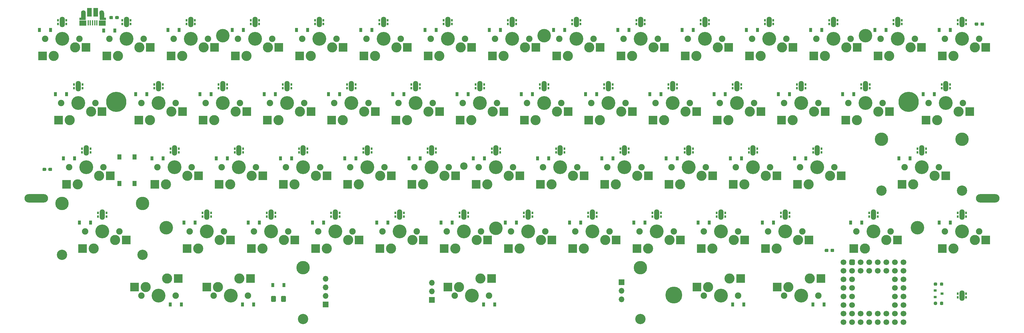
<source format=gbr>
%TF.GenerationSoftware,KiCad,Pcbnew,(5.1.9)-1*%
%TF.CreationDate,2021-11-21T10:50:56+09:00*%
%TF.ProjectId,main3,6d61696e-332e-46b6-9963-61645f706362,2*%
%TF.SameCoordinates,Original*%
%TF.FileFunction,Soldermask,Bot*%
%TF.FilePolarity,Negative*%
%FSLAX46Y46*%
G04 Gerber Fmt 4.6, Leading zero omitted, Abs format (unit mm)*
G04 Created by KiCad (PCBNEW (5.1.9)-1) date 2021-11-21 10:50:56*
%MOMM*%
%LPD*%
G01*
G04 APERTURE LIST*
%ADD10C,3.048000*%
%ADD11C,3.987800*%
%ADD12O,1.700000X1.700000*%
%ADD13R,1.700000X1.700000*%
%ADD14C,1.000000*%
%ADD15C,3.000000*%
%ADD16R,2.550000X2.500000*%
%ADD17C,4.100000*%
%ADD18C,1.900000*%
%ADD19C,1.700000*%
%ADD20R,0.900000X1.200000*%
%ADD21C,4.000000*%
%ADD22O,7.000000X2.500000*%
%ADD23C,5.000000*%
%ADD24C,2.200000*%
%ADD25C,6.000000*%
%ADD26R,1.300000X1.550000*%
%ADD27R,0.900000X0.800000*%
%ADD28O,1.500000X3.150000*%
%ADD29R,0.600000X0.700000*%
%ADD30R,1.350000X2.000000*%
%ADD31R,1.825000X0.700000*%
%ADD32R,2.000000X1.500000*%
%ADD33R,0.400000X1.650000*%
%ADD34O,1.100000X1.500000*%
%ADD35O,1.350000X1.700000*%
%ADD36R,1.430000X2.500000*%
G04 APERTURE END LIST*
D10*
%TO.C,STB1*%
X79118200Y-173345000D03*
D11*
X79118200Y-158105000D03*
X102994200Y-158105000D03*
D10*
X102994200Y-173345000D03*
%TD*%
D12*
%TO.C,J4*%
X245000000Y-186508000D03*
X245000000Y-183968000D03*
D13*
X245000000Y-181428000D03*
%TD*%
D14*
%TO.C,KSW16*%
X78070500Y-133340000D03*
X90997500Y-130800000D03*
D15*
X87722500Y-130800000D03*
X81372500Y-133340000D03*
D16*
X90997500Y-130800000D03*
D17*
X83912500Y-128260000D03*
D18*
X78832500Y-128260000D03*
X88992500Y-128260000D03*
D16*
X78070500Y-133340000D03*
%TD*%
D14*
%TO.C,KSW57*%
X134998840Y-180330320D03*
X122071840Y-182870320D03*
D15*
X125346840Y-182870320D03*
X131696840Y-180330320D03*
D16*
X122071840Y-182870320D03*
D17*
X129156840Y-185410320D03*
D18*
X134236840Y-185410320D03*
X124076840Y-185410320D03*
D16*
X134998840Y-180330320D03*
%TD*%
D14*
%TO.C,KSW36*%
X201896000Y-152390000D03*
X214823000Y-149850000D03*
D15*
X211548000Y-149850000D03*
X205198000Y-152390000D03*
D16*
X214823000Y-149850000D03*
D17*
X207738000Y-147310000D03*
D18*
X202658000Y-147310000D03*
X212818000Y-147310000D03*
D16*
X201896000Y-152390000D03*
%TD*%
D14*
%TO.C,KSW28*%
X311433000Y-133340000D03*
X324360000Y-130800000D03*
D15*
X321085000Y-130800000D03*
X314735000Y-133340000D03*
D16*
X324360000Y-130800000D03*
D17*
X317275000Y-128260000D03*
D18*
X312195000Y-128260000D03*
X322355000Y-128260000D03*
D16*
X311433000Y-133340000D03*
%TD*%
D14*
%TO.C,KSW59*%
X280255280Y-180330160D03*
X267328280Y-182870160D03*
D15*
X270603280Y-182870160D03*
X276953280Y-180330160D03*
D16*
X267328280Y-182870160D03*
D17*
X274413280Y-185410160D03*
D18*
X279493280Y-185410160D03*
X269333280Y-185410160D03*
D16*
X280255280Y-180330160D03*
%TD*%
%TO.C,C4*%
G36*
G01*
X351376000Y-105063500D02*
X351376000Y-104588500D01*
G75*
G02*
X351613500Y-104351000I237500J0D01*
G01*
X352213500Y-104351000D01*
G75*
G02*
X352451000Y-104588500I0J-237500D01*
G01*
X352451000Y-105063500D01*
G75*
G02*
X352213500Y-105301000I-237500J0D01*
G01*
X351613500Y-105301000D01*
G75*
G02*
X351376000Y-105063500I0J237500D01*
G01*
G37*
G36*
G01*
X349651000Y-105063500D02*
X349651000Y-104588500D01*
G75*
G02*
X349888500Y-104351000I237500J0D01*
G01*
X350488500Y-104351000D01*
G75*
G02*
X350726000Y-104588500I0J-237500D01*
G01*
X350726000Y-105063500D01*
G75*
G02*
X350488500Y-105301000I-237500J0D01*
G01*
X349888500Y-105301000D01*
G75*
G02*
X349651000Y-105063500I0J237500D01*
G01*
G37*
%TD*%
%TO.C,C3*%
G36*
G01*
X74425000Y-147712500D02*
X74425000Y-148187500D01*
G75*
G02*
X74187500Y-148425000I-237500J0D01*
G01*
X73587500Y-148425000D01*
G75*
G02*
X73350000Y-148187500I0J237500D01*
G01*
X73350000Y-147712500D01*
G75*
G02*
X73587500Y-147475000I237500J0D01*
G01*
X74187500Y-147475000D01*
G75*
G02*
X74425000Y-147712500I0J-237500D01*
G01*
G37*
G36*
G01*
X76150000Y-147712500D02*
X76150000Y-148187500D01*
G75*
G02*
X75912500Y-148425000I-237500J0D01*
G01*
X75312500Y-148425000D01*
G75*
G02*
X75075000Y-148187500I0J237500D01*
G01*
X75075000Y-147712500D01*
G75*
G02*
X75312500Y-147475000I237500J0D01*
G01*
X75912500Y-147475000D01*
G75*
G02*
X76150000Y-147712500I0J-237500D01*
G01*
G37*
%TD*%
D13*
%TO.C,J2*%
X157222000Y-188000000D03*
D12*
X157222000Y-185460000D03*
X157222000Y-182920000D03*
X157222000Y-180380000D03*
%TD*%
D19*
%TO.C,U1*%
X310785000Y-175520000D03*
X313325000Y-178060000D03*
X310785000Y-178060000D03*
X313325000Y-180600000D03*
X310785000Y-180600000D03*
X313325000Y-183140000D03*
X310785000Y-183140000D03*
X313325000Y-185680000D03*
X310785000Y-185680000D03*
X313325000Y-188220000D03*
X310785000Y-188220000D03*
X310785000Y-190760000D03*
X310785000Y-193300000D03*
X313325000Y-190760000D03*
X313325000Y-193300000D03*
X315865000Y-190760000D03*
X315865000Y-193300000D03*
X318405000Y-190760000D03*
X318405000Y-193300000D03*
X320945000Y-190760000D03*
X320945000Y-193300000D03*
X323485000Y-190760000D03*
X323485000Y-193300000D03*
X326025000Y-193300000D03*
X328565000Y-193300000D03*
X326025000Y-190760000D03*
X328565000Y-190760000D03*
X326025000Y-188220000D03*
X328565000Y-188220000D03*
X326025000Y-185680000D03*
X328565000Y-185680000D03*
X326025000Y-183140000D03*
X328565000Y-183140000D03*
X326025000Y-180600000D03*
X328565000Y-180600000D03*
X328565000Y-178060000D03*
X328565000Y-175520000D03*
X326025000Y-178060000D03*
X326025000Y-175520000D03*
X323485000Y-178060000D03*
X323485000Y-175520000D03*
X320945000Y-178060000D03*
X320945000Y-175520000D03*
X318405000Y-178060000D03*
X318405000Y-175520000D03*
X315865000Y-178060000D03*
X315865000Y-175520000D03*
G36*
G01*
X312900000Y-174670000D02*
X313750000Y-174670000D01*
G75*
G02*
X314175000Y-175095000I0J-425000D01*
G01*
X314175000Y-175945000D01*
G75*
G02*
X313750000Y-176370000I-425000J0D01*
G01*
X312900000Y-176370000D01*
G75*
G02*
X312475000Y-175945000I0J425000D01*
G01*
X312475000Y-175095000D01*
G75*
G02*
X312900000Y-174670000I425000J0D01*
G01*
G37*
%TD*%
%TO.C,F1*%
G36*
G01*
X142504000Y-185753000D02*
X142504000Y-187003000D01*
G75*
G02*
X142254000Y-187253000I-250000J0D01*
G01*
X141329000Y-187253000D01*
G75*
G02*
X141079000Y-187003000I0J250000D01*
G01*
X141079000Y-185753000D01*
G75*
G02*
X141329000Y-185503000I250000J0D01*
G01*
X142254000Y-185503000D01*
G75*
G02*
X142504000Y-185753000I0J-250000D01*
G01*
G37*
G36*
G01*
X145479000Y-185753000D02*
X145479000Y-187003000D01*
G75*
G02*
X145229000Y-187253000I-250000J0D01*
G01*
X144304000Y-187253000D01*
G75*
G02*
X144054000Y-187003000I0J250000D01*
G01*
X144054000Y-185753000D01*
G75*
G02*
X144304000Y-185503000I250000J0D01*
G01*
X145229000Y-185503000D01*
G75*
G02*
X145479000Y-185753000I0J-250000D01*
G01*
G37*
%TD*%
D20*
%TO.C,DS1*%
X141629000Y-182314000D03*
X144929000Y-182314000D03*
%TD*%
%TO.C,C2*%
G36*
G01*
X94212500Y-102683500D02*
X94212500Y-103158500D01*
G75*
G02*
X93975000Y-103396000I-237500J0D01*
G01*
X93375000Y-103396000D01*
G75*
G02*
X93137500Y-103158500I0J237500D01*
G01*
X93137500Y-102683500D01*
G75*
G02*
X93375000Y-102446000I237500J0D01*
G01*
X93975000Y-102446000D01*
G75*
G02*
X94212500Y-102683500I0J-237500D01*
G01*
G37*
G36*
G01*
X95937500Y-102683500D02*
X95937500Y-103158500D01*
G75*
G02*
X95700000Y-103396000I-237500J0D01*
G01*
X95100000Y-103396000D01*
G75*
G02*
X94862500Y-103158500I0J237500D01*
G01*
X94862500Y-102683500D01*
G75*
G02*
X95100000Y-102446000I237500J0D01*
G01*
X95700000Y-102446000D01*
G75*
G02*
X95937500Y-102683500I0J-237500D01*
G01*
G37*
%TD*%
%TO.C,C1*%
G36*
G01*
X306925000Y-172237500D02*
X306925000Y-171762500D01*
G75*
G02*
X307162500Y-171525000I237500J0D01*
G01*
X307762500Y-171525000D01*
G75*
G02*
X308000000Y-171762500I0J-237500D01*
G01*
X308000000Y-172237500D01*
G75*
G02*
X307762500Y-172475000I-237500J0D01*
G01*
X307162500Y-172475000D01*
G75*
G02*
X306925000Y-172237500I0J237500D01*
G01*
G37*
G36*
G01*
X305200000Y-172237500D02*
X305200000Y-171762500D01*
G75*
G02*
X305437500Y-171525000I237500J0D01*
G01*
X306037500Y-171525000D01*
G75*
G02*
X306275000Y-171762500I0J-237500D01*
G01*
X306275000Y-172237500D01*
G75*
G02*
X306037500Y-172475000I-237500J0D01*
G01*
X305437500Y-172475000D01*
G75*
G02*
X305200000Y-172237500I0J237500D01*
G01*
G37*
%TD*%
D21*
%TO.C,HOLE12*%
X332650000Y-165300000D03*
%TD*%
%TO.C,HOLE10*%
X110000000Y-165300000D03*
%TD*%
%TO.C,HOLE11*%
X207738000Y-165400000D03*
%TD*%
%TO.C,HOLE9*%
X317275000Y-108300000D03*
%TD*%
%TO.C,HOLE8*%
X222025000Y-108310000D03*
%TD*%
%TO.C,HOLE7*%
X126775000Y-108300000D03*
%TD*%
D22*
%TO.C,HOLE6*%
X353540000Y-156500000D03*
%TD*%
%TO.C,HOLE5*%
X71460000Y-156500000D03*
%TD*%
D23*
%TO.C,HOLE4*%
X260500000Y-185200000D03*
%TD*%
D24*
%TO.C,HOLE3*%
X198200000Y-147000000D03*
%TD*%
D25*
%TO.C,HOLE2*%
X330050000Y-127910000D03*
%TD*%
%TO.C,HOLE1*%
X95200000Y-127900000D03*
%TD*%
D11*
%TO.C,STB2*%
X150594000Y-177155000D03*
D10*
X250594000Y-192395000D03*
D11*
X250594000Y-177155000D03*
D10*
X150594000Y-192395000D03*
%TD*%
%TO.C,STB3*%
X322006000Y-154295000D03*
D11*
X322006000Y-139055000D03*
X345882000Y-139055000D03*
D10*
X345882000Y-154295000D03*
%TD*%
D26*
%TO.C,RSW1*%
X96150000Y-144225000D03*
X100650000Y-144225000D03*
X100650000Y-152175000D03*
X96150000Y-152175000D03*
%TD*%
%TO.C,R2*%
G36*
G01*
X338504000Y-187462500D02*
X338504000Y-187937500D01*
G75*
G02*
X338266500Y-188175000I-237500J0D01*
G01*
X337766500Y-188175000D01*
G75*
G02*
X337529000Y-187937500I0J237500D01*
G01*
X337529000Y-187462500D01*
G75*
G02*
X337766500Y-187225000I237500J0D01*
G01*
X338266500Y-187225000D01*
G75*
G02*
X338504000Y-187462500I0J-237500D01*
G01*
G37*
G36*
G01*
X340329000Y-187462500D02*
X340329000Y-187937500D01*
G75*
G02*
X340091500Y-188175000I-237500J0D01*
G01*
X339591500Y-188175000D01*
G75*
G02*
X339354000Y-187937500I0J237500D01*
G01*
X339354000Y-187462500D01*
G75*
G02*
X339591500Y-187225000I237500J0D01*
G01*
X340091500Y-187225000D01*
G75*
G02*
X340329000Y-187462500I0J-237500D01*
G01*
G37*
%TD*%
%TO.C,R1*%
G36*
G01*
X338504000Y-181762500D02*
X338504000Y-182237500D01*
G75*
G02*
X338266500Y-182475000I-237500J0D01*
G01*
X337766500Y-182475000D01*
G75*
G02*
X337529000Y-182237500I0J237500D01*
G01*
X337529000Y-181762500D01*
G75*
G02*
X337766500Y-181525000I237500J0D01*
G01*
X338266500Y-181525000D01*
G75*
G02*
X338504000Y-181762500I0J-237500D01*
G01*
G37*
G36*
G01*
X340329000Y-181762500D02*
X340329000Y-182237500D01*
G75*
G02*
X340091500Y-182475000I-237500J0D01*
G01*
X339591500Y-182475000D01*
G75*
G02*
X339354000Y-182237500I0J237500D01*
G01*
X339354000Y-181762500D01*
G75*
G02*
X339591500Y-181525000I237500J0D01*
G01*
X340091500Y-181525000D01*
G75*
G02*
X340329000Y-181762500I0J-237500D01*
G01*
G37*
%TD*%
D27*
%TO.C,Q1*%
X339929000Y-184845000D03*
X337929000Y-183895000D03*
X337929000Y-185795000D03*
%TD*%
D28*
%TO.C,LED56*%
X345850000Y-104250000D03*
D29*
X344600000Y-103700000D03*
X344600000Y-104800000D03*
X347100000Y-104800000D03*
X347100000Y-103700000D03*
%TD*%
D28*
%TO.C,LED55*%
X326800000Y-104250000D03*
D29*
X325550000Y-103700000D03*
X325550000Y-104800000D03*
X328050000Y-104800000D03*
X328050000Y-103700000D03*
%TD*%
D28*
%TO.C,LED54*%
X307750000Y-104250000D03*
D29*
X306500000Y-103700000D03*
X306500000Y-104800000D03*
X309000000Y-104800000D03*
X309000000Y-103700000D03*
%TD*%
D28*
%TO.C,LED53*%
X288700000Y-104250000D03*
D29*
X287450000Y-103700000D03*
X287450000Y-104800000D03*
X289950000Y-104800000D03*
X289950000Y-103700000D03*
%TD*%
D28*
%TO.C,LED52*%
X269650000Y-104250000D03*
D29*
X268400000Y-103700000D03*
X268400000Y-104800000D03*
X270900000Y-104800000D03*
X270900000Y-103700000D03*
%TD*%
D28*
%TO.C,LED51*%
X250600000Y-104250000D03*
D29*
X249350000Y-103700000D03*
X249350000Y-104800000D03*
X251850000Y-104800000D03*
X251850000Y-103700000D03*
%TD*%
D28*
%TO.C,LED50*%
X231550000Y-104250000D03*
D29*
X230300000Y-103700000D03*
X230300000Y-104800000D03*
X232800000Y-104800000D03*
X232800000Y-103700000D03*
%TD*%
D28*
%TO.C,LED49*%
X212500000Y-104250000D03*
D29*
X211250000Y-103700000D03*
X211250000Y-104800000D03*
X213750000Y-104800000D03*
X213750000Y-103700000D03*
%TD*%
D28*
%TO.C,LED48*%
X193450000Y-104250000D03*
D29*
X192200000Y-103700000D03*
X192200000Y-104800000D03*
X194700000Y-104800000D03*
X194700000Y-103700000D03*
%TD*%
D28*
%TO.C,LED47*%
X174400000Y-104250000D03*
D29*
X173150000Y-103700000D03*
X173150000Y-104800000D03*
X175650000Y-104800000D03*
X175650000Y-103700000D03*
%TD*%
D28*
%TO.C,LED46*%
X155350000Y-104250000D03*
D29*
X154100000Y-103700000D03*
X154100000Y-104800000D03*
X156600000Y-104800000D03*
X156600000Y-103700000D03*
%TD*%
D28*
%TO.C,LED45*%
X136300000Y-104250000D03*
D29*
X135050000Y-103700000D03*
X135050000Y-104800000D03*
X137550000Y-104800000D03*
X137550000Y-103700000D03*
%TD*%
D28*
%TO.C,LED44*%
X117250000Y-104250000D03*
D29*
X116000000Y-103700000D03*
X116000000Y-104800000D03*
X118500000Y-104800000D03*
X118500000Y-103700000D03*
%TD*%
D28*
%TO.C,LED43*%
X98200000Y-104250000D03*
D29*
X96950000Y-103700000D03*
X96950000Y-104800000D03*
X99450000Y-104800000D03*
X99450000Y-103700000D03*
%TD*%
D28*
%TO.C,LED42*%
X79150000Y-104250000D03*
D29*
X77900000Y-103700000D03*
X77900000Y-104800000D03*
X80400000Y-104800000D03*
X80400000Y-103700000D03*
%TD*%
D28*
%TO.C,LED41*%
X83912500Y-123300000D03*
D29*
X85162500Y-123850000D03*
X85162500Y-122750000D03*
X82662500Y-122750000D03*
X82662500Y-123850000D03*
%TD*%
D28*
%TO.C,LED40*%
X107725000Y-123300000D03*
D29*
X108975000Y-123850000D03*
X108975000Y-122750000D03*
X106475000Y-122750000D03*
X106475000Y-123850000D03*
%TD*%
D28*
%TO.C,LED39*%
X126775000Y-123300000D03*
D29*
X128025000Y-123850000D03*
X128025000Y-122750000D03*
X125525000Y-122750000D03*
X125525000Y-123850000D03*
%TD*%
D28*
%TO.C,LED38*%
X145825000Y-123300000D03*
D29*
X147075000Y-123850000D03*
X147075000Y-122750000D03*
X144575000Y-122750000D03*
X144575000Y-123850000D03*
%TD*%
D28*
%TO.C,LED37*%
X164875000Y-123300000D03*
D29*
X166125000Y-123850000D03*
X166125000Y-122750000D03*
X163625000Y-122750000D03*
X163625000Y-123850000D03*
%TD*%
D28*
%TO.C,LED36*%
X183925000Y-123300000D03*
D29*
X185175000Y-123850000D03*
X185175000Y-122750000D03*
X182675000Y-122750000D03*
X182675000Y-123850000D03*
%TD*%
D28*
%TO.C,LED35*%
X202975000Y-123300000D03*
D29*
X204225000Y-123850000D03*
X204225000Y-122750000D03*
X201725000Y-122750000D03*
X201725000Y-123850000D03*
%TD*%
D28*
%TO.C,LED34*%
X222025000Y-123300000D03*
D29*
X223275000Y-123850000D03*
X223275000Y-122750000D03*
X220775000Y-122750000D03*
X220775000Y-123850000D03*
%TD*%
D28*
%TO.C,LED33*%
X241075000Y-123300000D03*
D29*
X242325000Y-123850000D03*
X242325000Y-122750000D03*
X239825000Y-122750000D03*
X239825000Y-123850000D03*
%TD*%
D28*
%TO.C,LED32*%
X260125000Y-123300000D03*
D29*
X261375000Y-123850000D03*
X261375000Y-122750000D03*
X258875000Y-122750000D03*
X258875000Y-123850000D03*
%TD*%
D28*
%TO.C,LED31*%
X279175000Y-123300000D03*
D29*
X280425000Y-123850000D03*
X280425000Y-122750000D03*
X277925000Y-122750000D03*
X277925000Y-123850000D03*
%TD*%
D28*
%TO.C,LED30*%
X298225000Y-123300000D03*
D29*
X299475000Y-123850000D03*
X299475000Y-122750000D03*
X296975000Y-122750000D03*
X296975000Y-123850000D03*
%TD*%
D28*
%TO.C,LED29*%
X317275000Y-123300000D03*
D29*
X318525000Y-123850000D03*
X318525000Y-122750000D03*
X316025000Y-122750000D03*
X316025000Y-123850000D03*
%TD*%
D28*
%TO.C,LED28*%
X341088000Y-123300000D03*
D29*
X342338000Y-123850000D03*
X342338000Y-122750000D03*
X339838000Y-122750000D03*
X339838000Y-123850000D03*
%TD*%
D28*
%TO.C,LED27*%
X333944000Y-142350000D03*
D29*
X332694000Y-141800000D03*
X332694000Y-142900000D03*
X335194000Y-142900000D03*
X335194000Y-141800000D03*
%TD*%
D28*
%TO.C,LED26*%
X302988000Y-142350000D03*
D29*
X301738000Y-141800000D03*
X301738000Y-142900000D03*
X304238000Y-142900000D03*
X304238000Y-141800000D03*
%TD*%
D28*
%TO.C,LED25*%
X283938000Y-142350000D03*
D29*
X282688000Y-141800000D03*
X282688000Y-142900000D03*
X285188000Y-142900000D03*
X285188000Y-141800000D03*
%TD*%
D28*
%TO.C,LED24*%
X264888000Y-142350000D03*
D29*
X263638000Y-141800000D03*
X263638000Y-142900000D03*
X266138000Y-142900000D03*
X266138000Y-141800000D03*
%TD*%
D28*
%TO.C,LED23*%
X245838000Y-142350000D03*
D29*
X244588000Y-141800000D03*
X244588000Y-142900000D03*
X247088000Y-142900000D03*
X247088000Y-141800000D03*
%TD*%
D28*
%TO.C,LED22*%
X226788000Y-142350000D03*
D29*
X225538000Y-141800000D03*
X225538000Y-142900000D03*
X228038000Y-142900000D03*
X228038000Y-141800000D03*
%TD*%
D28*
%TO.C,LED21*%
X207738000Y-142350000D03*
D29*
X206488000Y-141800000D03*
X206488000Y-142900000D03*
X208988000Y-142900000D03*
X208988000Y-141800000D03*
%TD*%
D28*
%TO.C,LED20*%
X188688000Y-142350000D03*
D29*
X187438000Y-141800000D03*
X187438000Y-142900000D03*
X189938000Y-142900000D03*
X189938000Y-141800000D03*
%TD*%
D28*
%TO.C,LED19*%
X169638000Y-142350000D03*
D29*
X168388000Y-141800000D03*
X168388000Y-142900000D03*
X170888000Y-142900000D03*
X170888000Y-141800000D03*
%TD*%
D28*
%TO.C,LED18*%
X150588000Y-142350000D03*
D29*
X149338000Y-141800000D03*
X149338000Y-142900000D03*
X151838000Y-142900000D03*
X151838000Y-141800000D03*
%TD*%
D28*
%TO.C,LED17*%
X131538000Y-142350000D03*
D29*
X130288000Y-141800000D03*
X130288000Y-142900000D03*
X132788000Y-142900000D03*
X132788000Y-141800000D03*
%TD*%
D28*
%TO.C,LED16*%
X112488000Y-142350000D03*
D29*
X111238000Y-141800000D03*
X111238000Y-142900000D03*
X113738000Y-142900000D03*
X113738000Y-141800000D03*
%TD*%
D28*
%TO.C,LED15*%
X86293800Y-142350000D03*
D29*
X85043800Y-141800000D03*
X85043800Y-142900000D03*
X87543800Y-142900000D03*
X87543800Y-141800000D03*
%TD*%
D28*
%TO.C,LED14*%
X91056200Y-161400000D03*
D29*
X92306200Y-161950000D03*
X92306200Y-160850000D03*
X89806200Y-160850000D03*
X89806200Y-161950000D03*
%TD*%
D28*
%TO.C,LED13*%
X122012000Y-161400000D03*
D29*
X123262000Y-161950000D03*
X123262000Y-160850000D03*
X120762000Y-160850000D03*
X120762000Y-161950000D03*
%TD*%
D28*
%TO.C,LED12*%
X141062000Y-161400000D03*
D29*
X142312000Y-161950000D03*
X142312000Y-160850000D03*
X139812000Y-160850000D03*
X139812000Y-161950000D03*
%TD*%
D28*
%TO.C,LED11*%
X160112000Y-161400000D03*
D29*
X161362000Y-161950000D03*
X161362000Y-160850000D03*
X158862000Y-160850000D03*
X158862000Y-161950000D03*
%TD*%
D28*
%TO.C,LED10*%
X179162000Y-161400000D03*
D29*
X180412000Y-161950000D03*
X180412000Y-160850000D03*
X177912000Y-160850000D03*
X177912000Y-161950000D03*
%TD*%
D28*
%TO.C,LED9*%
X198212000Y-161400000D03*
D29*
X199462000Y-161950000D03*
X199462000Y-160850000D03*
X196962000Y-160850000D03*
X196962000Y-161950000D03*
%TD*%
D28*
%TO.C,LED8*%
X217262000Y-161400000D03*
D29*
X218512000Y-161950000D03*
X218512000Y-160850000D03*
X216012000Y-160850000D03*
X216012000Y-161950000D03*
%TD*%
D28*
%TO.C,LED7*%
X236312000Y-161400000D03*
D29*
X237562000Y-161950000D03*
X237562000Y-160850000D03*
X235062000Y-160850000D03*
X235062000Y-161950000D03*
%TD*%
D28*
%TO.C,LED6*%
X255362000Y-161400000D03*
D29*
X256612000Y-161950000D03*
X256612000Y-160850000D03*
X254112000Y-160850000D03*
X254112000Y-161950000D03*
%TD*%
D28*
%TO.C,LED5*%
X274412000Y-161400000D03*
D29*
X275662000Y-161950000D03*
X275662000Y-160850000D03*
X273162000Y-160850000D03*
X273162000Y-161950000D03*
%TD*%
D28*
%TO.C,LED4*%
X293462000Y-161400000D03*
D29*
X294712000Y-161950000D03*
X294712000Y-160850000D03*
X292212000Y-160850000D03*
X292212000Y-161950000D03*
%TD*%
D28*
%TO.C,LED3*%
X319656000Y-161400000D03*
D29*
X320906000Y-161950000D03*
X320906000Y-160850000D03*
X318406000Y-160850000D03*
X318406000Y-161950000D03*
%TD*%
D28*
%TO.C,LED2*%
X345850000Y-161400000D03*
D29*
X347100000Y-161950000D03*
X347100000Y-160850000D03*
X344600000Y-160850000D03*
X344600000Y-161950000D03*
%TD*%
D28*
%TO.C,LED1*%
X345851000Y-185410000D03*
D29*
X344601000Y-184860000D03*
X344601000Y-185960000D03*
X347101000Y-185960000D03*
X347101000Y-184860000D03*
%TD*%
D14*
%TO.C,KSW60*%
X304068760Y-180330320D03*
X291141760Y-182870320D03*
D15*
X294416760Y-182870320D03*
X300766760Y-180330320D03*
D16*
X291141760Y-182870320D03*
D17*
X298226760Y-185410320D03*
D18*
X303306760Y-185410320D03*
X293146760Y-185410320D03*
D16*
X304068760Y-180330320D03*
%TD*%
D14*
%TO.C,KSW58*%
X206436440Y-180330320D03*
X193509440Y-182870320D03*
D15*
X196784440Y-182870320D03*
X203134440Y-180330320D03*
D16*
X193509440Y-182870320D03*
D17*
X200594440Y-185410320D03*
D18*
X205674440Y-185410320D03*
X195514440Y-185410320D03*
D16*
X206436440Y-180330320D03*
%TD*%
D14*
%TO.C,KSW56*%
X113567160Y-180330320D03*
X100640160Y-182870320D03*
D15*
X103915160Y-182870320D03*
X110265160Y-180330320D03*
D16*
X100640160Y-182870320D03*
D17*
X107725160Y-185410320D03*
D18*
X112805160Y-185410320D03*
X102645160Y-185410320D03*
D16*
X113567160Y-180330320D03*
%TD*%
D14*
%TO.C,KSW55*%
X340008000Y-171440000D03*
X352935000Y-168900000D03*
D15*
X349660000Y-168900000D03*
X343310000Y-171440000D03*
D16*
X352935000Y-168900000D03*
D17*
X345850000Y-166360000D03*
D18*
X340770000Y-166360000D03*
X350930000Y-166360000D03*
D16*
X340008000Y-171440000D03*
%TD*%
D14*
%TO.C,KSW54*%
X313814000Y-171440000D03*
X326741000Y-168900000D03*
D15*
X323466000Y-168900000D03*
X317116000Y-171440000D03*
D16*
X326741000Y-168900000D03*
D17*
X319656000Y-166360000D03*
D18*
X314576000Y-166360000D03*
X324736000Y-166360000D03*
D16*
X313814000Y-171440000D03*
%TD*%
D14*
%TO.C,KSW53*%
X287620000Y-171440000D03*
X300547000Y-168900000D03*
D15*
X297272000Y-168900000D03*
X290922000Y-171440000D03*
D16*
X300547000Y-168900000D03*
D17*
X293462000Y-166360000D03*
D18*
X288382000Y-166360000D03*
X298542000Y-166360000D03*
D16*
X287620000Y-171440000D03*
%TD*%
D14*
%TO.C,KSW52*%
X268570000Y-171440000D03*
X281497000Y-168900000D03*
D15*
X278222000Y-168900000D03*
X271872000Y-171440000D03*
D16*
X281497000Y-168900000D03*
D17*
X274412000Y-166360000D03*
D18*
X269332000Y-166360000D03*
X279492000Y-166360000D03*
D16*
X268570000Y-171440000D03*
%TD*%
D14*
%TO.C,KSW51*%
X249520000Y-171440000D03*
X262447000Y-168900000D03*
D15*
X259172000Y-168900000D03*
X252822000Y-171440000D03*
D16*
X262447000Y-168900000D03*
D17*
X255362000Y-166360000D03*
D18*
X250282000Y-166360000D03*
X260442000Y-166360000D03*
D16*
X249520000Y-171440000D03*
%TD*%
D14*
%TO.C,KSW50*%
X230470000Y-171440000D03*
X243397000Y-168900000D03*
D15*
X240122000Y-168900000D03*
X233772000Y-171440000D03*
D16*
X243397000Y-168900000D03*
D17*
X236312000Y-166360000D03*
D18*
X231232000Y-166360000D03*
X241392000Y-166360000D03*
D16*
X230470000Y-171440000D03*
%TD*%
D14*
%TO.C,KSW49*%
X211420000Y-171440000D03*
X224347000Y-168900000D03*
D15*
X221072000Y-168900000D03*
X214722000Y-171440000D03*
D16*
X224347000Y-168900000D03*
D17*
X217262000Y-166360000D03*
D18*
X212182000Y-166360000D03*
X222342000Y-166360000D03*
D16*
X211420000Y-171440000D03*
%TD*%
D14*
%TO.C,KSW48*%
X192370000Y-171440000D03*
X205297000Y-168900000D03*
D15*
X202022000Y-168900000D03*
X195672000Y-171440000D03*
D16*
X205297000Y-168900000D03*
D17*
X198212000Y-166360000D03*
D18*
X193132000Y-166360000D03*
X203292000Y-166360000D03*
D16*
X192370000Y-171440000D03*
%TD*%
D14*
%TO.C,KSW47*%
X173320000Y-171440000D03*
X186247000Y-168900000D03*
D15*
X182972000Y-168900000D03*
X176622000Y-171440000D03*
D16*
X186247000Y-168900000D03*
D17*
X179162000Y-166360000D03*
D18*
X174082000Y-166360000D03*
X184242000Y-166360000D03*
D16*
X173320000Y-171440000D03*
%TD*%
D14*
%TO.C,KSW46*%
X154270000Y-171440000D03*
X167197000Y-168900000D03*
D15*
X163922000Y-168900000D03*
X157572000Y-171440000D03*
D16*
X167197000Y-168900000D03*
D17*
X160112000Y-166360000D03*
D18*
X155032000Y-166360000D03*
X165192000Y-166360000D03*
D16*
X154270000Y-171440000D03*
%TD*%
D14*
%TO.C,KSW45*%
X135220000Y-171440000D03*
X148147000Y-168900000D03*
D15*
X144872000Y-168900000D03*
X138522000Y-171440000D03*
D16*
X148147000Y-168900000D03*
D17*
X141062000Y-166360000D03*
D18*
X135982000Y-166360000D03*
X146142000Y-166360000D03*
D16*
X135220000Y-171440000D03*
%TD*%
D14*
%TO.C,KSW44*%
X116170000Y-171440000D03*
X129097000Y-168900000D03*
D15*
X125822000Y-168900000D03*
X119472000Y-171440000D03*
D16*
X129097000Y-168900000D03*
D17*
X122012000Y-166360000D03*
D18*
X116932000Y-166360000D03*
X127092000Y-166360000D03*
D16*
X116170000Y-171440000D03*
%TD*%
D14*
%TO.C,KSW43*%
X85214200Y-171440000D03*
X98141200Y-168900000D03*
D15*
X94866200Y-168900000D03*
X88516200Y-171440000D03*
D16*
X98141200Y-168900000D03*
D17*
X91056200Y-166360000D03*
D18*
X85976200Y-166360000D03*
X96136200Y-166360000D03*
D16*
X85214200Y-171440000D03*
%TD*%
D14*
%TO.C,KSW42*%
X328102000Y-152390000D03*
X341029000Y-149850000D03*
D15*
X337754000Y-149850000D03*
X331404000Y-152390000D03*
D16*
X341029000Y-149850000D03*
D17*
X333944000Y-147310000D03*
D18*
X328864000Y-147310000D03*
X339024000Y-147310000D03*
D16*
X328102000Y-152390000D03*
%TD*%
D14*
%TO.C,KSW41*%
X297146000Y-152390000D03*
X310073000Y-149850000D03*
D15*
X306798000Y-149850000D03*
X300448000Y-152390000D03*
D16*
X310073000Y-149850000D03*
D17*
X302988000Y-147310000D03*
D18*
X297908000Y-147310000D03*
X308068000Y-147310000D03*
D16*
X297146000Y-152390000D03*
%TD*%
D14*
%TO.C,KSW40*%
X278096000Y-152390000D03*
X291023000Y-149850000D03*
D15*
X287748000Y-149850000D03*
X281398000Y-152390000D03*
D16*
X291023000Y-149850000D03*
D17*
X283938000Y-147310000D03*
D18*
X278858000Y-147310000D03*
X289018000Y-147310000D03*
D16*
X278096000Y-152390000D03*
%TD*%
D14*
%TO.C,KSW39*%
X259046000Y-152390000D03*
X271973000Y-149850000D03*
D15*
X268698000Y-149850000D03*
X262348000Y-152390000D03*
D16*
X271973000Y-149850000D03*
D17*
X264888000Y-147310000D03*
D18*
X259808000Y-147310000D03*
X269968000Y-147310000D03*
D16*
X259046000Y-152390000D03*
%TD*%
D14*
%TO.C,KSW38*%
X239996000Y-152390000D03*
X252923000Y-149850000D03*
D15*
X249648000Y-149850000D03*
X243298000Y-152390000D03*
D16*
X252923000Y-149850000D03*
D17*
X245838000Y-147310000D03*
D18*
X240758000Y-147310000D03*
X250918000Y-147310000D03*
D16*
X239996000Y-152390000D03*
%TD*%
D14*
%TO.C,KSW37*%
X220946000Y-152390000D03*
X233873000Y-149850000D03*
D15*
X230598000Y-149850000D03*
X224248000Y-152390000D03*
D16*
X233873000Y-149850000D03*
D17*
X226788000Y-147310000D03*
D18*
X221708000Y-147310000D03*
X231868000Y-147310000D03*
D16*
X220946000Y-152390000D03*
%TD*%
D14*
%TO.C,KSW35*%
X182846000Y-152390000D03*
X195773000Y-149850000D03*
D15*
X192498000Y-149850000D03*
X186148000Y-152390000D03*
D16*
X195773000Y-149850000D03*
D17*
X188688000Y-147310000D03*
D18*
X183608000Y-147310000D03*
X193768000Y-147310000D03*
D16*
X182846000Y-152390000D03*
%TD*%
D14*
%TO.C,KSW34*%
X163796000Y-152390000D03*
X176723000Y-149850000D03*
D15*
X173448000Y-149850000D03*
X167098000Y-152390000D03*
D16*
X176723000Y-149850000D03*
D17*
X169638000Y-147310000D03*
D18*
X164558000Y-147310000D03*
X174718000Y-147310000D03*
D16*
X163796000Y-152390000D03*
%TD*%
D14*
%TO.C,KSW33*%
X144746000Y-152390000D03*
X157673000Y-149850000D03*
D15*
X154398000Y-149850000D03*
X148048000Y-152390000D03*
D16*
X157673000Y-149850000D03*
D17*
X150588000Y-147310000D03*
D18*
X145508000Y-147310000D03*
X155668000Y-147310000D03*
D16*
X144746000Y-152390000D03*
%TD*%
D14*
%TO.C,KSW32*%
X125696000Y-152390000D03*
X138623000Y-149850000D03*
D15*
X135348000Y-149850000D03*
X128998000Y-152390000D03*
D16*
X138623000Y-149850000D03*
D17*
X131538000Y-147310000D03*
D18*
X126458000Y-147310000D03*
X136618000Y-147310000D03*
D16*
X125696000Y-152390000D03*
%TD*%
D14*
%TO.C,KSW31*%
X106646000Y-152390000D03*
X119573000Y-149850000D03*
D15*
X116298000Y-149850000D03*
X109948000Y-152390000D03*
D16*
X119573000Y-149850000D03*
D17*
X112488000Y-147310000D03*
D18*
X107408000Y-147310000D03*
X117568000Y-147310000D03*
D16*
X106646000Y-152390000D03*
%TD*%
D14*
%TO.C,KSW30*%
X80451800Y-152390000D03*
X93378800Y-149850000D03*
D15*
X90103800Y-149850000D03*
X83753800Y-152390000D03*
D16*
X93378800Y-149850000D03*
D17*
X86293800Y-147310000D03*
D18*
X81213800Y-147310000D03*
X91373800Y-147310000D03*
D16*
X80451800Y-152390000D03*
%TD*%
D14*
%TO.C,KSW29*%
X335246000Y-133340000D03*
X348173000Y-130800000D03*
D15*
X344898000Y-130800000D03*
X338548000Y-133340000D03*
D16*
X348173000Y-130800000D03*
D17*
X341088000Y-128260000D03*
D18*
X336008000Y-128260000D03*
X346168000Y-128260000D03*
D16*
X335246000Y-133340000D03*
%TD*%
D14*
%TO.C,KSW27*%
X292383000Y-133340000D03*
X305310000Y-130800000D03*
D15*
X302035000Y-130800000D03*
X295685000Y-133340000D03*
D16*
X305310000Y-130800000D03*
D17*
X298225000Y-128260000D03*
D18*
X293145000Y-128260000D03*
X303305000Y-128260000D03*
D16*
X292383000Y-133340000D03*
%TD*%
D14*
%TO.C,KSW26*%
X273333000Y-133340000D03*
X286260000Y-130800000D03*
D15*
X282985000Y-130800000D03*
X276635000Y-133340000D03*
D16*
X286260000Y-130800000D03*
D17*
X279175000Y-128260000D03*
D18*
X274095000Y-128260000D03*
X284255000Y-128260000D03*
D16*
X273333000Y-133340000D03*
%TD*%
D14*
%TO.C,KSW25*%
X254283000Y-133340000D03*
X267210000Y-130800000D03*
D15*
X263935000Y-130800000D03*
X257585000Y-133340000D03*
D16*
X267210000Y-130800000D03*
D17*
X260125000Y-128260000D03*
D18*
X255045000Y-128260000D03*
X265205000Y-128260000D03*
D16*
X254283000Y-133340000D03*
%TD*%
D14*
%TO.C,KSW24*%
X235233000Y-133340000D03*
X248160000Y-130800000D03*
D15*
X244885000Y-130800000D03*
X238535000Y-133340000D03*
D16*
X248160000Y-130800000D03*
D17*
X241075000Y-128260000D03*
D18*
X235995000Y-128260000D03*
X246155000Y-128260000D03*
D16*
X235233000Y-133340000D03*
%TD*%
D14*
%TO.C,KSW23*%
X216183000Y-133340000D03*
X229110000Y-130800000D03*
D15*
X225835000Y-130800000D03*
X219485000Y-133340000D03*
D16*
X229110000Y-130800000D03*
D17*
X222025000Y-128260000D03*
D18*
X216945000Y-128260000D03*
X227105000Y-128260000D03*
D16*
X216183000Y-133340000D03*
%TD*%
D14*
%TO.C,KSW22*%
X197133000Y-133340000D03*
X210060000Y-130800000D03*
D15*
X206785000Y-130800000D03*
X200435000Y-133340000D03*
D16*
X210060000Y-130800000D03*
D17*
X202975000Y-128260000D03*
D18*
X197895000Y-128260000D03*
X208055000Y-128260000D03*
D16*
X197133000Y-133340000D03*
%TD*%
D14*
%TO.C,KSW21*%
X178083000Y-133340000D03*
X191010000Y-130800000D03*
D15*
X187735000Y-130800000D03*
X181385000Y-133340000D03*
D16*
X191010000Y-130800000D03*
D17*
X183925000Y-128260000D03*
D18*
X178845000Y-128260000D03*
X189005000Y-128260000D03*
D16*
X178083000Y-133340000D03*
%TD*%
D14*
%TO.C,KSW20*%
X159033000Y-133340000D03*
X171960000Y-130800000D03*
D15*
X168685000Y-130800000D03*
X162335000Y-133340000D03*
D16*
X171960000Y-130800000D03*
D17*
X164875000Y-128260000D03*
D18*
X159795000Y-128260000D03*
X169955000Y-128260000D03*
D16*
X159033000Y-133340000D03*
%TD*%
D14*
%TO.C,KSW19*%
X139983000Y-133340000D03*
X152910000Y-130800000D03*
D15*
X149635000Y-130800000D03*
X143285000Y-133340000D03*
D16*
X152910000Y-130800000D03*
D17*
X145825000Y-128260000D03*
D18*
X140745000Y-128260000D03*
X150905000Y-128260000D03*
D16*
X139983000Y-133340000D03*
%TD*%
D14*
%TO.C,KSW18*%
X120933000Y-133340000D03*
X133860000Y-130800000D03*
D15*
X130585000Y-130800000D03*
X124235000Y-133340000D03*
D16*
X133860000Y-130800000D03*
D17*
X126775000Y-128260000D03*
D18*
X121695000Y-128260000D03*
X131855000Y-128260000D03*
D16*
X120933000Y-133340000D03*
%TD*%
D14*
%TO.C,KSW17*%
X101883000Y-133340000D03*
X114810000Y-130800000D03*
D15*
X111535000Y-130800000D03*
X105185000Y-133340000D03*
D16*
X114810000Y-130800000D03*
D17*
X107725000Y-128260000D03*
D18*
X102645000Y-128260000D03*
X112805000Y-128260000D03*
D16*
X101883000Y-133340000D03*
%TD*%
D14*
%TO.C,KSW15*%
X340008000Y-114290000D03*
X352935000Y-111750000D03*
D15*
X349660000Y-111750000D03*
X343310000Y-114290000D03*
D16*
X352935000Y-111750000D03*
D17*
X345850000Y-109210000D03*
D18*
X340770000Y-109210000D03*
X350930000Y-109210000D03*
D16*
X340008000Y-114290000D03*
%TD*%
D14*
%TO.C,KSW14*%
X320958000Y-114290000D03*
X333885000Y-111750000D03*
D15*
X330610000Y-111750000D03*
X324260000Y-114290000D03*
D16*
X333885000Y-111750000D03*
D17*
X326800000Y-109210000D03*
D18*
X321720000Y-109210000D03*
X331880000Y-109210000D03*
D16*
X320958000Y-114290000D03*
%TD*%
D14*
%TO.C,KSW13*%
X301908000Y-114290000D03*
X314835000Y-111750000D03*
D15*
X311560000Y-111750000D03*
X305210000Y-114290000D03*
D16*
X314835000Y-111750000D03*
D17*
X307750000Y-109210000D03*
D18*
X302670000Y-109210000D03*
X312830000Y-109210000D03*
D16*
X301908000Y-114290000D03*
%TD*%
D14*
%TO.C,KSW12*%
X282858000Y-114290000D03*
X295785000Y-111750000D03*
D15*
X292510000Y-111750000D03*
X286160000Y-114290000D03*
D16*
X295785000Y-111750000D03*
D17*
X288700000Y-109210000D03*
D18*
X283620000Y-109210000D03*
X293780000Y-109210000D03*
D16*
X282858000Y-114290000D03*
%TD*%
D14*
%TO.C,KSW11*%
X263808000Y-114290000D03*
X276735000Y-111750000D03*
D15*
X273460000Y-111750000D03*
X267110000Y-114290000D03*
D16*
X276735000Y-111750000D03*
D17*
X269650000Y-109210000D03*
D18*
X264570000Y-109210000D03*
X274730000Y-109210000D03*
D16*
X263808000Y-114290000D03*
%TD*%
D14*
%TO.C,KSW10*%
X244758000Y-114290000D03*
X257685000Y-111750000D03*
D15*
X254410000Y-111750000D03*
X248060000Y-114290000D03*
D16*
X257685000Y-111750000D03*
D17*
X250600000Y-109210000D03*
D18*
X245520000Y-109210000D03*
X255680000Y-109210000D03*
D16*
X244758000Y-114290000D03*
%TD*%
D14*
%TO.C,KSW9*%
X225708000Y-114290000D03*
X238635000Y-111750000D03*
D15*
X235360000Y-111750000D03*
X229010000Y-114290000D03*
D16*
X238635000Y-111750000D03*
D17*
X231550000Y-109210000D03*
D18*
X226470000Y-109210000D03*
X236630000Y-109210000D03*
D16*
X225708000Y-114290000D03*
%TD*%
D14*
%TO.C,KSW8*%
X206658000Y-114290000D03*
X219585000Y-111750000D03*
D15*
X216310000Y-111750000D03*
X209960000Y-114290000D03*
D16*
X219585000Y-111750000D03*
D17*
X212500000Y-109210000D03*
D18*
X207420000Y-109210000D03*
X217580000Y-109210000D03*
D16*
X206658000Y-114290000D03*
%TD*%
D14*
%TO.C,KSW7*%
X187608000Y-114290000D03*
X200535000Y-111750000D03*
D15*
X197260000Y-111750000D03*
X190910000Y-114290000D03*
D16*
X200535000Y-111750000D03*
D17*
X193450000Y-109210000D03*
D18*
X188370000Y-109210000D03*
X198530000Y-109210000D03*
D16*
X187608000Y-114290000D03*
%TD*%
D14*
%TO.C,KSW6*%
X168558000Y-114290000D03*
X181485000Y-111750000D03*
D15*
X178210000Y-111750000D03*
X171860000Y-114290000D03*
D16*
X181485000Y-111750000D03*
D17*
X174400000Y-109210000D03*
D18*
X169320000Y-109210000D03*
X179480000Y-109210000D03*
D16*
X168558000Y-114290000D03*
%TD*%
D14*
%TO.C,KSW5*%
X149508000Y-114290000D03*
X162435000Y-111750000D03*
D15*
X159160000Y-111750000D03*
X152810000Y-114290000D03*
D16*
X162435000Y-111750000D03*
D17*
X155350000Y-109210000D03*
D18*
X150270000Y-109210000D03*
X160430000Y-109210000D03*
D16*
X149508000Y-114290000D03*
%TD*%
D14*
%TO.C,KSW4*%
X130458000Y-114290000D03*
X143385000Y-111750000D03*
D15*
X140110000Y-111750000D03*
X133760000Y-114290000D03*
D16*
X143385000Y-111750000D03*
D17*
X136300000Y-109210000D03*
D18*
X131220000Y-109210000D03*
X141380000Y-109210000D03*
D16*
X130458000Y-114290000D03*
%TD*%
D14*
%TO.C,KSW3*%
X111408000Y-114290000D03*
X124335000Y-111750000D03*
D15*
X121060000Y-111750000D03*
X114710000Y-114290000D03*
D16*
X124335000Y-111750000D03*
D17*
X117250000Y-109210000D03*
D18*
X112170000Y-109210000D03*
X122330000Y-109210000D03*
D16*
X111408000Y-114290000D03*
%TD*%
D14*
%TO.C,KSW2*%
X92358000Y-114290000D03*
X105285000Y-111750000D03*
D15*
X102010000Y-111750000D03*
X95660000Y-114290000D03*
D16*
X105285000Y-111750000D03*
D17*
X98200000Y-109210000D03*
D18*
X93120000Y-109210000D03*
X103280000Y-109210000D03*
D16*
X92358000Y-114290000D03*
%TD*%
D14*
%TO.C,KSW1*%
X73308000Y-114290000D03*
X86235000Y-111750000D03*
D15*
X82960000Y-111750000D03*
X76610000Y-114290000D03*
D16*
X86235000Y-111750000D03*
D17*
X79150000Y-109210000D03*
D18*
X74070000Y-109210000D03*
X84230000Y-109210000D03*
D16*
X73308000Y-114290000D03*
%TD*%
D13*
%TO.C,J3*%
X188716000Y-186664000D03*
D12*
X188716000Y-184124000D03*
X188716000Y-181584000D03*
%TD*%
D30*
%TO.C,J1*%
X90925000Y-102515000D03*
X85445000Y-102515000D03*
D31*
X85225000Y-103265000D03*
X91175000Y-103265000D03*
D32*
X85325000Y-104565000D03*
X91075000Y-104585000D03*
D33*
X86875000Y-104465000D03*
X87525000Y-104465000D03*
X88175000Y-104465000D03*
X88825000Y-104465000D03*
X89475000Y-104465000D03*
D34*
X85755000Y-104585000D03*
X90595000Y-104585000D03*
D35*
X85445000Y-101585000D03*
X90905000Y-101585000D03*
D36*
X87215000Y-101315000D03*
X89135000Y-101315000D03*
%TD*%
D20*
%TO.C,D60*%
X301676760Y-188010320D03*
X304976760Y-188010320D03*
%TD*%
%TO.C,D59*%
X277864560Y-188010320D03*
X281164560Y-188010320D03*
%TD*%
%TO.C,D58*%
X204044440Y-188010320D03*
X207344440Y-188010320D03*
%TD*%
%TO.C,D57*%
X132606840Y-188010320D03*
X135906840Y-188010320D03*
%TD*%
%TO.C,D56*%
X111175160Y-188010320D03*
X114475160Y-188010320D03*
%TD*%
%TO.C,D55*%
X339100000Y-163760000D03*
X342400000Y-163760000D03*
%TD*%
%TO.C,D54*%
X312906000Y-163760000D03*
X316206000Y-163760000D03*
%TD*%
%TO.C,D53*%
X286712000Y-163760000D03*
X290012000Y-163760000D03*
%TD*%
%TO.C,D52*%
X267662000Y-163760000D03*
X270962000Y-163760000D03*
%TD*%
%TO.C,D51*%
X248612000Y-163760000D03*
X251912000Y-163760000D03*
%TD*%
%TO.C,D50*%
X229562000Y-163760000D03*
X232862000Y-163760000D03*
%TD*%
%TO.C,D49*%
X210512000Y-163760000D03*
X213812000Y-163760000D03*
%TD*%
%TO.C,D48*%
X191462000Y-163760000D03*
X194762000Y-163760000D03*
%TD*%
%TO.C,D47*%
X172412000Y-163760000D03*
X175712000Y-163760000D03*
%TD*%
%TO.C,D46*%
X153362000Y-163760000D03*
X156662000Y-163760000D03*
%TD*%
%TO.C,D45*%
X134312000Y-163760000D03*
X137612000Y-163760000D03*
%TD*%
%TO.C,D44*%
X115262000Y-163760000D03*
X118562000Y-163760000D03*
%TD*%
%TO.C,D43*%
X84306200Y-163760000D03*
X87606200Y-163760000D03*
%TD*%
%TO.C,D42*%
X327194000Y-144710000D03*
X330494000Y-144710000D03*
%TD*%
%TO.C,D41*%
X296238000Y-144710000D03*
X299538000Y-144710000D03*
%TD*%
%TO.C,D40*%
X277188000Y-144710000D03*
X280488000Y-144710000D03*
%TD*%
%TO.C,D39*%
X258138000Y-144710000D03*
X261438000Y-144710000D03*
%TD*%
%TO.C,D38*%
X239088000Y-144710000D03*
X242388000Y-144710000D03*
%TD*%
%TO.C,D37*%
X220038000Y-144710000D03*
X223338000Y-144710000D03*
%TD*%
%TO.C,D36*%
X200988000Y-144710000D03*
X204288000Y-144710000D03*
%TD*%
%TO.C,D35*%
X181938000Y-144710000D03*
X185238000Y-144710000D03*
%TD*%
%TO.C,D34*%
X162888000Y-144710000D03*
X166188000Y-144710000D03*
%TD*%
%TO.C,D33*%
X143838000Y-144710000D03*
X147138000Y-144710000D03*
%TD*%
%TO.C,D32*%
X124788000Y-144710000D03*
X128088000Y-144710000D03*
%TD*%
%TO.C,D31*%
X105738000Y-144710000D03*
X109038000Y-144710000D03*
%TD*%
%TO.C,D30*%
X79543800Y-144710000D03*
X82843800Y-144710000D03*
%TD*%
%TO.C,D29*%
X334338000Y-125660000D03*
X337638000Y-125660000D03*
%TD*%
%TO.C,D28*%
X310525000Y-125660000D03*
X313825000Y-125660000D03*
%TD*%
%TO.C,D27*%
X291475000Y-125660000D03*
X294775000Y-125660000D03*
%TD*%
%TO.C,D26*%
X272425000Y-125660000D03*
X275725000Y-125660000D03*
%TD*%
%TO.C,D25*%
X253375000Y-125660000D03*
X256675000Y-125660000D03*
%TD*%
%TO.C,D24*%
X234325000Y-125660000D03*
X237625000Y-125660000D03*
%TD*%
%TO.C,D23*%
X215275000Y-125660000D03*
X218575000Y-125660000D03*
%TD*%
%TO.C,D22*%
X196225000Y-125660000D03*
X199525000Y-125660000D03*
%TD*%
%TO.C,D21*%
X177175000Y-125660000D03*
X180475000Y-125660000D03*
%TD*%
%TO.C,D20*%
X158125000Y-125660000D03*
X161425000Y-125660000D03*
%TD*%
%TO.C,D19*%
X139075000Y-125660000D03*
X142375000Y-125660000D03*
%TD*%
%TO.C,D18*%
X120025000Y-125660000D03*
X123325000Y-125660000D03*
%TD*%
%TO.C,D17*%
X100975000Y-125660000D03*
X104275000Y-125660000D03*
%TD*%
%TO.C,D16*%
X77162500Y-125660000D03*
X80462500Y-125660000D03*
%TD*%
%TO.C,D15*%
X339100000Y-106610000D03*
X342400000Y-106610000D03*
%TD*%
%TO.C,D14*%
X320050000Y-106610000D03*
X323350000Y-106610000D03*
%TD*%
%TO.C,D13*%
X301000000Y-106610000D03*
X304300000Y-106610000D03*
%TD*%
%TO.C,D12*%
X281950000Y-106610000D03*
X285250000Y-106610000D03*
%TD*%
%TO.C,D11*%
X262900000Y-106610000D03*
X266200000Y-106610000D03*
%TD*%
%TO.C,D10*%
X243850000Y-106610000D03*
X247150000Y-106610000D03*
%TD*%
%TO.C,D9*%
X224800000Y-106610000D03*
X228100000Y-106610000D03*
%TD*%
%TO.C,D8*%
X205750000Y-106610000D03*
X209050000Y-106610000D03*
%TD*%
%TO.C,D7*%
X186700000Y-106610000D03*
X190000000Y-106610000D03*
%TD*%
%TO.C,D6*%
X167650000Y-106610000D03*
X170950000Y-106610000D03*
%TD*%
%TO.C,D5*%
X148600000Y-106610000D03*
X151900000Y-106610000D03*
%TD*%
%TO.C,D4*%
X129550000Y-106610000D03*
X132850000Y-106610000D03*
%TD*%
%TO.C,D3*%
X110500000Y-106610000D03*
X113800000Y-106610000D03*
%TD*%
%TO.C,D2*%
X91450000Y-106797000D03*
X94750000Y-106797000D03*
%TD*%
%TO.C,D1*%
X72400000Y-106610000D03*
X75700000Y-106610000D03*
%TD*%
M02*

</source>
